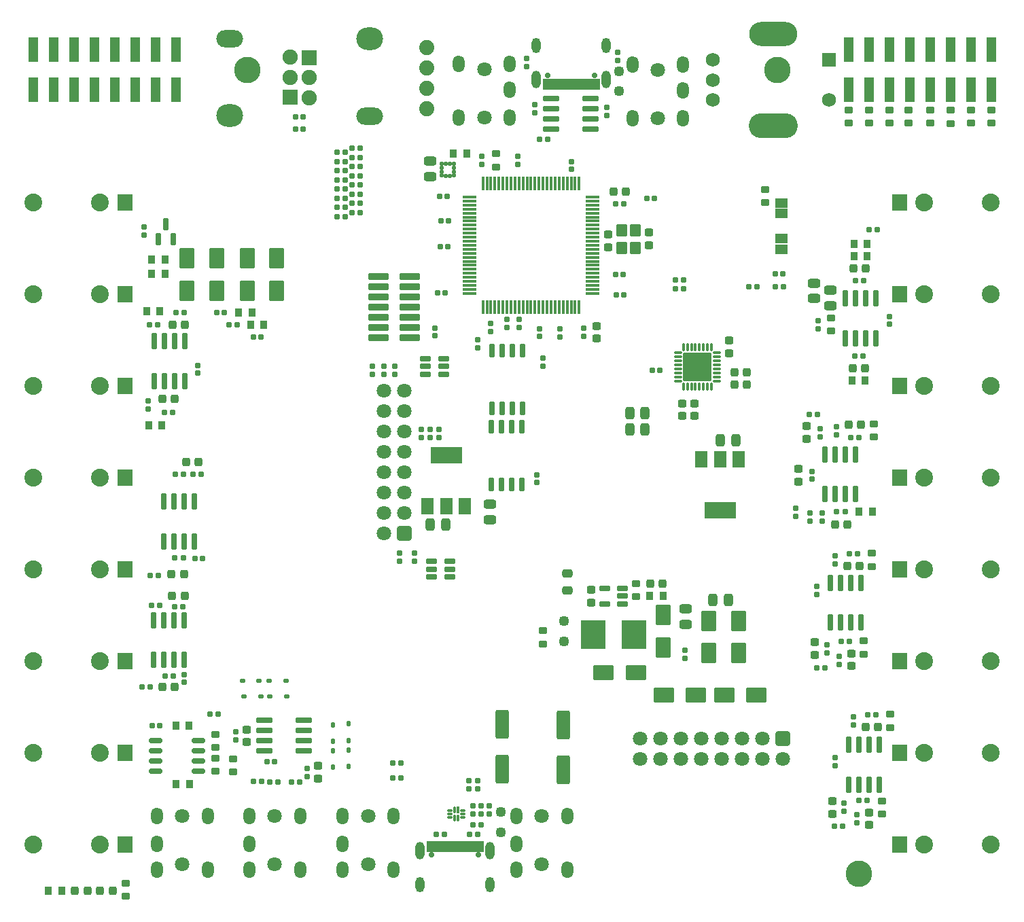
<source format=gbr>
G04 #@! TF.GenerationSoftware,KiCad,Pcbnew,7.0.11*
G04 #@! TF.CreationDate,2024-07-12T12:59:49+02:00*
G04 #@! TF.ProjectId,plinkyblack_hwmidi_jacks,706c696e-6b79-4626-9c61-636b5f68776d,rev?*
G04 #@! TF.SameCoordinates,Original*
G04 #@! TF.FileFunction,Soldermask,Top*
G04 #@! TF.FilePolarity,Negative*
%FSLAX46Y46*%
G04 Gerber Fmt 4.6, Leading zero omitted, Abs format (unit mm)*
G04 Created by KiCad (PCBNEW 7.0.11) date 2024-07-12 12:59:49*
%MOMM*%
%LPD*%
G01*
G04 APERTURE LIST*
G04 Aperture macros list*
%AMRoundRect*
0 Rectangle with rounded corners*
0 $1 Rounding radius*
0 $2 $3 $4 $5 $6 $7 $8 $9 X,Y pos of 4 corners*
0 Add a 4 corners polygon primitive as box body*
4,1,4,$2,$3,$4,$5,$6,$7,$8,$9,$2,$3,0*
0 Add four circle primitives for the rounded corners*
1,1,$1+$1,$2,$3*
1,1,$1+$1,$4,$5*
1,1,$1+$1,$6,$7*
1,1,$1+$1,$8,$9*
0 Add four rect primitives between the rounded corners*
20,1,$1+$1,$2,$3,$4,$5,0*
20,1,$1+$1,$4,$5,$6,$7,0*
20,1,$1+$1,$6,$7,$8,$9,0*
20,1,$1+$1,$8,$9,$2,$3,0*%
G04 Aperture macros list end*
%ADD10C,0.010000*%
%ADD11RoundRect,0.051000X0.500000X-1.500000X0.500000X1.500000X-0.500000X1.500000X-0.500000X-1.500000X0*%
%ADD12RoundRect,0.275500X0.275500X0.500500X-0.275500X0.500500X-0.275500X-0.500500X0.275500X-0.500500X0*%
%ADD13RoundRect,0.275500X-0.275500X-0.500500X0.275500X-0.500500X0.275500X0.500500X-0.275500X0.500500X0*%
%ADD14RoundRect,0.250500X-0.250500X-0.275500X0.250500X-0.275500X0.250500X0.275500X-0.250500X0.275500X0*%
%ADD15RoundRect,0.165500X-0.195500X0.165500X-0.195500X-0.165500X0.195500X-0.165500X0.195500X0.165500X0*%
%ADD16RoundRect,0.250500X0.250500X0.275500X-0.250500X0.275500X-0.250500X-0.275500X0.250500X-0.275500X0*%
%ADD17RoundRect,0.165500X0.165500X0.195500X-0.165500X0.195500X-0.165500X-0.195500X0.165500X-0.195500X0*%
%ADD18RoundRect,0.265938X-0.585062X1.535062X-0.585062X-1.535062X0.585062X-1.535062X0.585062X1.535062X0*%
%ADD19RoundRect,0.250500X0.275500X-0.250500X0.275500X0.250500X-0.275500X0.250500X-0.275500X-0.250500X0*%
%ADD20RoundRect,0.051000X0.915000X-0.965000X0.915000X0.965000X-0.915000X0.965000X-0.915000X-0.965000X0*%
%ADD21C,2.232000*%
%ADD22RoundRect,0.051000X-0.915000X0.965000X-0.915000X-0.965000X0.915000X-0.965000X0.915000X0.965000X0*%
%ADD23RoundRect,0.265000X-0.636000X0.636000X-0.636000X-0.636000X0.636000X-0.636000X0.636000X0.636000X0*%
%ADD24C,1.802000*%
%ADD25RoundRect,0.160500X-0.210500X0.160500X-0.210500X-0.160500X0.210500X-0.160500X0.210500X0.160500X0*%
%ADD26RoundRect,0.160500X-0.160500X-0.210500X0.160500X-0.210500X0.160500X0.210500X-0.160500X0.210500X0*%
%ADD27RoundRect,0.225500X0.300500X-0.225500X0.300500X0.225500X-0.300500X0.225500X-0.300500X-0.225500X0*%
%ADD28RoundRect,0.225500X0.225500X0.300500X-0.225500X0.300500X-0.225500X-0.300500X0.225500X-0.300500X0*%
%ADD29RoundRect,0.160500X0.160500X0.210500X-0.160500X0.210500X-0.160500X-0.210500X0.160500X-0.210500X0*%
%ADD30RoundRect,0.160500X0.210500X-0.160500X0.210500X0.160500X-0.210500X0.160500X-0.210500X-0.160500X0*%
%ADD31RoundRect,0.225500X-0.300500X0.225500X-0.300500X-0.225500X0.300500X-0.225500X0.300500X0.225500X0*%
%ADD32RoundRect,0.175500X-0.175500X0.850500X-0.175500X-0.850500X0.175500X-0.850500X0.175500X0.850500X0*%
%ADD33RoundRect,0.051000X0.750000X-1.000000X0.750000X1.000000X-0.750000X1.000000X-0.750000X-1.000000X0*%
%ADD34RoundRect,0.051000X1.900000X-1.000000X1.900000X1.000000X-1.900000X1.000000X-1.900000X-1.000000X0*%
%ADD35RoundRect,0.051000X-0.750000X1.000000X-0.750000X-1.000000X0.750000X-1.000000X0.750000X1.000000X0*%
%ADD36RoundRect,0.051000X-1.900000X1.000000X-1.900000X-1.000000X1.900000X-1.000000X1.900000X1.000000X0*%
%ADD37RoundRect,0.175500X0.175500X-0.850500X0.175500X0.850500X-0.175500X0.850500X-0.175500X-0.850500X0*%
%ADD38RoundRect,0.165500X0.195500X-0.165500X0.195500X0.165500X-0.195500X0.165500X-0.195500X-0.165500X0*%
%ADD39O,3.342000X2.822000*%
%ADD40O,3.342001X2.134000*%
%ADD41RoundRect,0.051000X-0.900000X0.900000X-0.900000X-0.900000X0.900000X-0.900000X0.900000X0.900000X0*%
%ADD42C,1.902000*%
%ADD43RoundRect,0.165500X-0.165500X-0.195500X0.165500X-0.195500X0.165500X0.195500X-0.165500X0.195500X0*%
%ADD44RoundRect,0.275500X-0.500500X0.275500X-0.500500X-0.275500X0.500500X-0.275500X0.500500X0.275500X0*%
%ADD45RoundRect,0.250500X-0.275500X0.250500X-0.275500X-0.250500X0.275500X-0.250500X0.275500X0.250500X0*%
%ADD46RoundRect,0.051000X0.600000X-0.700000X0.600000X0.700000X-0.600000X0.700000X-0.600000X-0.700000X0*%
%ADD47RoundRect,0.088000X-0.088000X0.400500X-0.088000X-0.400500X0.088000X-0.400500X0.088000X0.400500X0*%
%ADD48RoundRect,0.088000X-0.400500X0.088000X-0.400500X-0.088000X0.400500X-0.088000X0.400500X0.088000X0*%
%ADD49RoundRect,0.051000X-1.725000X1.725000X-1.725000X-1.725000X1.725000X-1.725000X1.725000X1.725000X0*%
%ADD50RoundRect,0.175500X0.175500X-0.675500X0.175500X0.675500X-0.175500X0.675500X-0.175500X-0.675500X0*%
%ADD51RoundRect,0.100500X0.750500X0.100500X-0.750500X0.100500X-0.750500X-0.100500X0.750500X-0.100500X0*%
%ADD52RoundRect,0.100500X0.100500X0.750500X-0.100500X0.750500X-0.100500X-0.750500X0.100500X-0.750500X0*%
%ADD53RoundRect,0.051000X-1.200000X-0.370000X1.200000X-0.370000X1.200000X0.370000X-1.200000X0.370000X0*%
%ADD54RoundRect,0.244250X-0.406750X0.244250X-0.406750X-0.244250X0.406750X-0.244250X0.406750X0.244250X0*%
%ADD55RoundRect,0.275500X0.500500X-0.275500X0.500500X0.275500X-0.500500X0.275500X-0.500500X-0.275500X0*%
%ADD56RoundRect,0.264167X-0.686833X1.036833X-0.686833X-1.036833X0.686833X-1.036833X0.686833X1.036833X0*%
%ADD57RoundRect,0.264167X0.686833X-1.036833X0.686833X1.036833X-0.686833X1.036833X-0.686833X-1.036833X0*%
%ADD58RoundRect,0.051000X-1.500000X-1.750000X1.500000X-1.750000X1.500000X1.750000X-1.500000X1.750000X0*%
%ADD59RoundRect,0.175500X0.538000X0.175500X-0.538000X0.175500X-0.538000X-0.175500X0.538000X-0.175500X0*%
%ADD60RoundRect,0.275500X-0.275500X0.275500X-0.275500X-0.275500X0.275500X-0.275500X0.275500X0.275500X0*%
%ADD61RoundRect,0.175500X0.175500X-0.613000X0.175500X0.613000X-0.175500X0.613000X-0.175500X-0.613000X0*%
%ADD62RoundRect,0.175500X-0.175500X0.675500X-0.175500X-0.675500X0.175500X-0.675500X0.175500X0.675500X0*%
%ADD63RoundRect,0.051000X-0.750000X0.500000X-0.750000X-0.500000X0.750000X-0.500000X0.750000X0.500000X0*%
%ADD64RoundRect,0.265000X0.636000X0.636000X-0.636000X0.636000X-0.636000X-0.636000X0.636000X-0.636000X0*%
%ADD65C,1.880000*%
%ADD66RoundRect,0.051000X0.900000X-0.900000X0.900000X0.900000X-0.900000X0.900000X-0.900000X-0.900000X0*%
%ADD67RoundRect,0.225500X-0.225500X-0.300500X0.225500X-0.300500X0.225500X0.300500X-0.225500X0.300500X0*%
%ADD68C,3.302000*%
%ADD69O,6.000000X3.000000*%
%ADD70RoundRect,0.051000X-0.825000X0.825000X-0.825000X-0.825000X0.825000X-0.825000X0.825000X0.825000X0*%
%ADD71C,1.752000*%
%ADD72O,6.102000X3.102000*%
%ADD73RoundRect,0.175500X0.850500X0.175500X-0.850500X0.175500X-0.850500X-0.175500X0.850500X-0.175500X0*%
%ADD74RoundRect,0.264167X-1.036833X-0.686833X1.036833X-0.686833X1.036833X0.686833X-1.036833X0.686833X0*%
%ADD75RoundRect,0.051000X0.187500X0.175000X-0.187500X0.175000X-0.187500X-0.175000X0.187500X-0.175000X0*%
%ADD76RoundRect,0.051000X-0.175000X0.187500X-0.175000X-0.187500X0.175000X-0.187500X0.175000X0.187500X0*%
%ADD77RoundRect,0.138000X-0.213000X-0.138000X0.213000X-0.138000X0.213000X0.138000X-0.213000X0.138000X0*%
%ADD78RoundRect,0.138000X0.213000X0.138000X-0.213000X0.138000X-0.213000X-0.138000X0.213000X-0.138000X0*%
%ADD79RoundRect,0.138000X0.138000X-0.213000X0.138000X0.213000X-0.138000X0.213000X-0.138000X-0.213000X0*%
%ADD80RoundRect,0.138000X-0.138000X0.213000X-0.138000X-0.213000X0.138000X-0.213000X0.138000X0.213000X0*%
%ADD81O,1.502000X2.102000*%
%ADD82RoundRect,0.175500X0.650500X0.175500X-0.650500X0.175500X-0.650500X-0.175500X0.650500X-0.175500X0*%
%ADD83C,0.702000*%
%ADD84O,1.104000X2.204000*%
%ADD85O,1.104000X1.904000*%
%ADD86RoundRect,0.075500X-0.075500X0.388000X-0.075500X-0.388000X0.075500X-0.388000X0.075500X0.388000X0*%
%ADD87RoundRect,0.075500X-0.075500X0.338000X-0.075500X-0.338000X0.075500X-0.338000X0.075500X0.338000X0*%
%ADD88RoundRect,0.075500X-0.250500X0.075500X-0.250500X-0.075500X0.250500X-0.075500X0.250500X0.075500X0*%
%ADD89RoundRect,0.075500X-0.075500X0.350500X-0.075500X-0.350500X0.075500X-0.350500X0.075500X0.350500X0*%
%ADD90RoundRect,0.264167X1.036833X0.686833X-1.036833X0.686833X-1.036833X-0.686833X1.036833X-0.686833X0*%
%ADD91RoundRect,0.175500X-0.538000X-0.175500X0.538000X-0.175500X0.538000X0.175500X-0.538000X0.175500X0*%
%ADD92RoundRect,0.244250X0.244250X0.281750X-0.244250X0.281750X-0.244250X-0.281750X0.244250X-0.281750X0*%
%ADD93RoundRect,0.244250X-0.244250X-0.281750X0.244250X-0.281750X0.244250X0.281750X-0.244250X0.281750X0*%
G04 APERTURE END LIST*
D10*
X87095928Y-32862273D02*
X86395928Y-32862273D01*
X86395928Y-31622273D01*
X87095928Y-31622273D01*
X87095928Y-32862273D01*
G36*
X87095928Y-32862273D02*
G01*
X86395928Y-32862273D01*
X86395928Y-31622273D01*
X87095928Y-31622273D01*
X87095928Y-32862273D01*
G37*
X86295928Y-32862273D02*
X85595928Y-32862273D01*
X85595928Y-31622273D01*
X86295928Y-31622273D01*
X86295928Y-32862273D01*
G36*
X86295928Y-32862273D02*
G01*
X85595928Y-32862273D01*
X85595928Y-31622273D01*
X86295928Y-31622273D01*
X86295928Y-32862273D01*
G37*
X85495928Y-32862273D02*
X85095928Y-32862273D01*
X85095928Y-31622273D01*
X85495928Y-31622273D01*
X85495928Y-32862273D01*
G36*
X85495928Y-32862273D02*
G01*
X85095928Y-32862273D01*
X85095928Y-31622273D01*
X85495928Y-31622273D01*
X85495928Y-32862273D01*
G37*
X84995928Y-32862273D02*
X84595928Y-32862273D01*
X84595928Y-31622273D01*
X84995928Y-31622273D01*
X84995928Y-32862273D01*
G36*
X84995928Y-32862273D02*
G01*
X84595928Y-32862273D01*
X84595928Y-31622273D01*
X84995928Y-31622273D01*
X84995928Y-32862273D01*
G37*
X84495928Y-32862273D02*
X84095928Y-32862273D01*
X84095928Y-31622273D01*
X84495928Y-31622273D01*
X84495928Y-32862273D01*
G36*
X84495928Y-32862273D02*
G01*
X84095928Y-32862273D01*
X84095928Y-31622273D01*
X84495928Y-31622273D01*
X84495928Y-32862273D01*
G37*
X83995928Y-32862273D02*
X83595928Y-32862273D01*
X83595928Y-31622273D01*
X83995928Y-31622273D01*
X83995928Y-32862273D01*
G36*
X83995928Y-32862273D02*
G01*
X83595928Y-32862273D01*
X83595928Y-31622273D01*
X83995928Y-31622273D01*
X83995928Y-32862273D01*
G37*
X83495928Y-32862273D02*
X83095928Y-32862273D01*
X83095928Y-31622273D01*
X83495928Y-31622273D01*
X83495928Y-32862273D01*
G36*
X83495928Y-32862273D02*
G01*
X83095928Y-32862273D01*
X83095928Y-31622273D01*
X83495928Y-31622273D01*
X83495928Y-32862273D01*
G37*
X82995928Y-32862273D02*
X82595928Y-32862273D01*
X82595928Y-31622273D01*
X82995928Y-31622273D01*
X82995928Y-32862273D01*
G36*
X82995928Y-32862273D02*
G01*
X82595928Y-32862273D01*
X82595928Y-31622273D01*
X82995928Y-31622273D01*
X82995928Y-32862273D01*
G37*
X82495928Y-32862273D02*
X82095928Y-32862273D01*
X82095928Y-31622273D01*
X82495928Y-31622273D01*
X82495928Y-32862273D01*
G36*
X82495928Y-32862273D02*
G01*
X82095928Y-32862273D01*
X82095928Y-31622273D01*
X82495928Y-31622273D01*
X82495928Y-32862273D01*
G37*
X81995928Y-32862273D02*
X81595928Y-32862273D01*
X81595928Y-31622273D01*
X81995928Y-31622273D01*
X81995928Y-32862273D01*
G36*
X81995928Y-32862273D02*
G01*
X81595928Y-32862273D01*
X81595928Y-31622273D01*
X81995928Y-31622273D01*
X81995928Y-32862273D01*
G37*
X81495928Y-32862273D02*
X80795928Y-32862273D01*
X80795928Y-31622273D01*
X81495928Y-31622273D01*
X81495928Y-32862273D01*
G36*
X81495928Y-32862273D02*
G01*
X80795928Y-32862273D01*
X80795928Y-31622273D01*
X81495928Y-31622273D01*
X81495928Y-32862273D01*
G37*
X80695928Y-32862273D02*
X79995928Y-32862273D01*
X79995928Y-31622273D01*
X80695928Y-31622273D01*
X80695928Y-32862273D01*
G36*
X80695928Y-32862273D02*
G01*
X79995928Y-32862273D01*
X79995928Y-31622273D01*
X80695928Y-31622273D01*
X80695928Y-32862273D01*
G37*
X66221311Y-127874022D02*
X65521311Y-127874022D01*
X65521311Y-126634022D01*
X66221311Y-126634022D01*
X66221311Y-127874022D01*
G36*
X66221311Y-127874022D02*
G01*
X65521311Y-127874022D01*
X65521311Y-126634022D01*
X66221311Y-126634022D01*
X66221311Y-127874022D01*
G37*
X67021311Y-127874022D02*
X66321311Y-127874022D01*
X66321311Y-126634022D01*
X67021311Y-126634022D01*
X67021311Y-127874022D01*
G36*
X67021311Y-127874022D02*
G01*
X66321311Y-127874022D01*
X66321311Y-126634022D01*
X67021311Y-126634022D01*
X67021311Y-127874022D01*
G37*
X67521311Y-127874022D02*
X67121311Y-127874022D01*
X67121311Y-126634022D01*
X67521311Y-126634022D01*
X67521311Y-127874022D01*
G36*
X67521311Y-127874022D02*
G01*
X67121311Y-127874022D01*
X67121311Y-126634022D01*
X67521311Y-126634022D01*
X67521311Y-127874022D01*
G37*
X68021311Y-127874022D02*
X67621311Y-127874022D01*
X67621311Y-126634022D01*
X68021311Y-126634022D01*
X68021311Y-127874022D01*
G36*
X68021311Y-127874022D02*
G01*
X67621311Y-127874022D01*
X67621311Y-126634022D01*
X68021311Y-126634022D01*
X68021311Y-127874022D01*
G37*
X68521311Y-127874022D02*
X68121311Y-127874022D01*
X68121311Y-126634022D01*
X68521311Y-126634022D01*
X68521311Y-127874022D01*
G36*
X68521311Y-127874022D02*
G01*
X68121311Y-127874022D01*
X68121311Y-126634022D01*
X68521311Y-126634022D01*
X68521311Y-127874022D01*
G37*
X69021311Y-127874022D02*
X68621311Y-127874022D01*
X68621311Y-126634022D01*
X69021311Y-126634022D01*
X69021311Y-127874022D01*
G36*
X69021311Y-127874022D02*
G01*
X68621311Y-127874022D01*
X68621311Y-126634022D01*
X69021311Y-126634022D01*
X69021311Y-127874022D01*
G37*
X69521311Y-127874022D02*
X69121311Y-127874022D01*
X69121311Y-126634022D01*
X69521311Y-126634022D01*
X69521311Y-127874022D01*
G36*
X69521311Y-127874022D02*
G01*
X69121311Y-127874022D01*
X69121311Y-126634022D01*
X69521311Y-126634022D01*
X69521311Y-127874022D01*
G37*
X70021311Y-127874022D02*
X69621311Y-127874022D01*
X69621311Y-126634022D01*
X70021311Y-126634022D01*
X70021311Y-127874022D01*
G36*
X70021311Y-127874022D02*
G01*
X69621311Y-127874022D01*
X69621311Y-126634022D01*
X70021311Y-126634022D01*
X70021311Y-127874022D01*
G37*
X70521311Y-127874022D02*
X70121311Y-127874022D01*
X70121311Y-126634022D01*
X70521311Y-126634022D01*
X70521311Y-127874022D01*
G36*
X70521311Y-127874022D02*
G01*
X70121311Y-127874022D01*
X70121311Y-126634022D01*
X70521311Y-126634022D01*
X70521311Y-127874022D01*
G37*
X71021311Y-127874022D02*
X70621311Y-127874022D01*
X70621311Y-126634022D01*
X71021311Y-126634022D01*
X71021311Y-127874022D01*
G36*
X71021311Y-127874022D02*
G01*
X70621311Y-127874022D01*
X70621311Y-126634022D01*
X71021311Y-126634022D01*
X71021311Y-127874022D01*
G37*
X71821311Y-127874022D02*
X71121311Y-127874022D01*
X71121311Y-126634022D01*
X71821311Y-126634022D01*
X71821311Y-127874022D01*
G36*
X71821311Y-127874022D02*
G01*
X71121311Y-127874022D01*
X71121311Y-126634022D01*
X71821311Y-126634022D01*
X71821311Y-127874022D01*
G37*
X72621311Y-127874022D02*
X71921311Y-127874022D01*
X71921311Y-126634022D01*
X72621311Y-126634022D01*
X72621311Y-127874022D01*
G36*
X72621311Y-127874022D02*
G01*
X71921311Y-127874022D01*
X71921311Y-126634022D01*
X72621311Y-126634022D01*
X72621311Y-127874022D01*
G37*
D11*
X34290000Y-33000000D03*
X34290000Y-27960000D03*
X31750000Y-33000000D03*
X31750000Y-27960000D03*
X29210000Y-33000000D03*
X29210000Y-27960000D03*
X26670000Y-33000000D03*
X26670000Y-27960000D03*
X24130000Y-33000000D03*
X24130000Y-27960000D03*
X21590000Y-33000000D03*
X21590000Y-27960000D03*
X19050000Y-33000000D03*
X19050000Y-27960000D03*
X16510000Y-33000000D03*
X16510000Y-27960000D03*
X118110000Y-27960000D03*
X118110000Y-33000000D03*
X120650000Y-27960000D03*
X120650000Y-33000000D03*
X123190000Y-27960000D03*
X123190000Y-33000000D03*
X125730000Y-27960000D03*
X125730000Y-33000000D03*
X128270000Y-27960000D03*
X128270000Y-33000000D03*
X130810000Y-27960000D03*
X130810000Y-33000000D03*
X133350000Y-27960000D03*
X133350000Y-33000000D03*
X135890000Y-27960000D03*
X135890000Y-33000000D03*
D12*
X67904400Y-87147400D03*
X66004400Y-87147400D03*
D13*
X102161300Y-76619100D03*
X104061300Y-76619100D03*
D14*
X118605000Y-67691000D03*
X120155000Y-67691000D03*
X118732000Y-55245000D03*
X120282000Y-55245000D03*
D15*
X114173000Y-94897000D03*
X114173000Y-95857000D03*
D16*
X37144083Y-79349600D03*
X35594083Y-79349600D03*
X35300081Y-93377518D03*
X33750081Y-93377518D03*
D17*
X37610793Y-91356981D03*
X36650793Y-91356981D03*
D18*
X74930000Y-112008000D03*
X74930000Y-117608000D03*
D19*
X116078000Y-123203000D03*
X116078000Y-121653000D03*
X113919000Y-103391000D03*
X113919000Y-101841000D03*
X118491000Y-104788000D03*
X118491000Y-103238000D03*
D15*
X116459000Y-116233000D03*
X116459000Y-117193000D03*
D20*
X27940000Y-115570000D03*
D21*
X16540000Y-115570000D03*
X24840000Y-115570000D03*
D22*
X124460000Y-46990000D03*
D21*
X135860000Y-46990000D03*
X127560000Y-46990000D03*
D22*
X124460000Y-58420000D03*
D21*
X135860000Y-58420000D03*
X127560000Y-58420000D03*
D20*
X27940000Y-81280000D03*
D21*
X16540000Y-81280000D03*
X24840000Y-81280000D03*
D20*
X27940000Y-92710000D03*
D21*
X16540000Y-92710000D03*
X24840000Y-92710000D03*
D22*
X124460000Y-104140000D03*
D21*
X135860000Y-104140000D03*
X127560000Y-104140000D03*
D22*
X124460000Y-92710000D03*
D21*
X135860000Y-92710000D03*
X127560000Y-92710000D03*
D23*
X109918500Y-113792000D03*
D24*
X109918500Y-116332000D03*
X107378500Y-113792000D03*
X107378500Y-116332000D03*
X104838500Y-113792000D03*
X104838500Y-116332000D03*
X102298500Y-113792000D03*
X102298500Y-116332000D03*
X99758500Y-113792000D03*
X99758500Y-116332000D03*
X97218500Y-113792000D03*
X97218500Y-116332000D03*
X94678500Y-113792000D03*
X94678500Y-116332000D03*
X92138500Y-113792000D03*
X92138500Y-116332000D03*
D25*
X114300000Y-61720000D03*
X114300000Y-62740000D03*
D26*
X120648000Y-50419000D03*
X121668000Y-50419000D03*
D27*
X115951000Y-63055000D03*
X115951000Y-61405000D03*
D26*
X118870000Y-66167000D03*
X119890000Y-66167000D03*
X118972000Y-56769000D03*
X119992000Y-56769000D03*
D28*
X120205000Y-69215000D03*
X118555000Y-69215000D03*
D29*
X35272794Y-80892769D03*
X34252794Y-80892769D03*
X32073622Y-93463835D03*
X31053622Y-93463835D03*
X37418947Y-80890763D03*
X36398947Y-80890763D03*
X35202516Y-91312482D03*
X34182516Y-91312482D03*
D25*
X70776374Y-119067312D03*
X70776374Y-120087312D03*
X117551000Y-121893000D03*
X117551000Y-122913000D03*
D29*
X115191000Y-105029000D03*
X114171000Y-105029000D03*
X117350000Y-124714000D03*
X116330000Y-124714000D03*
D26*
X119429000Y-121539000D03*
X120449000Y-121539000D03*
D25*
X115443000Y-102106000D03*
X115443000Y-103126000D03*
D26*
X117219000Y-101727000D03*
X118239000Y-101727000D03*
D30*
X118745000Y-112143000D03*
X118745000Y-111123000D03*
X116459000Y-92077000D03*
X116459000Y-91057000D03*
D29*
X121541000Y-110871000D03*
X120521000Y-110871000D03*
D27*
X122301000Y-123253000D03*
X122301000Y-121603000D03*
X120015000Y-103314000D03*
X120015000Y-101664000D03*
D31*
X123317000Y-110808000D03*
X123317000Y-112458000D03*
X121031000Y-90716500D03*
X121031000Y-92366500D03*
D32*
X36601834Y-84293010D03*
X35331834Y-84293010D03*
X34061834Y-84293010D03*
X32791834Y-84293010D03*
X32791834Y-89243010D03*
X34061834Y-89243010D03*
X35331834Y-89243010D03*
X36601834Y-89243010D03*
D33*
X65670400Y-84836400D03*
X67970400Y-84836400D03*
D34*
X67970400Y-78536400D03*
D33*
X70270400Y-84836400D03*
D35*
X104395300Y-79057100D03*
X102095300Y-79057100D03*
D36*
X102095300Y-85357100D03*
D35*
X99795300Y-79057100D03*
D37*
X117729000Y-63943000D03*
X118999000Y-63943000D03*
X120269000Y-63943000D03*
X121539000Y-63943000D03*
X121539000Y-58993000D03*
X120269000Y-58993000D03*
X118999000Y-58993000D03*
X117729000Y-58993000D03*
D32*
X119634000Y-94426000D03*
X118364000Y-94426000D03*
X117094000Y-94426000D03*
X115824000Y-94426000D03*
X115824000Y-99376000D03*
X117094000Y-99376000D03*
X118364000Y-99376000D03*
X119634000Y-99376000D03*
X121920000Y-114619000D03*
X120650000Y-114619000D03*
X119380000Y-114619000D03*
X118110000Y-114619000D03*
X118110000Y-119569000D03*
X119380000Y-119569000D03*
X120650000Y-119569000D03*
X121920000Y-119569000D03*
D20*
X27940000Y-104140000D03*
D21*
X16540000Y-104140000D03*
X24840000Y-104140000D03*
D22*
X124460000Y-127000000D03*
D21*
X135860000Y-127000000D03*
X127560000Y-127000000D03*
D16*
X121806000Y-112395000D03*
X120256000Y-112395000D03*
D38*
X123190000Y-62202000D03*
X123190000Y-61242000D03*
D39*
X41014000Y-36209000D03*
D40*
X41014000Y-26609000D03*
D41*
X48514000Y-33909000D03*
D42*
X48514000Y-31409000D03*
X48514000Y-28909000D03*
D27*
X118110000Y-37147000D03*
X118110000Y-35497000D03*
X120650000Y-37147000D03*
X120650000Y-35497000D03*
X123190000Y-37147000D03*
X123190000Y-35497000D03*
X125603000Y-37147000D03*
X125603000Y-35497000D03*
X128270000Y-37147000D03*
X128270000Y-35497000D03*
X130810000Y-37172000D03*
X130810000Y-35522000D03*
X133350000Y-37147000D03*
X133350000Y-35497000D03*
X135890000Y-37147000D03*
X135890000Y-35497000D03*
D29*
X33938107Y-105996078D03*
X32918107Y-105996078D03*
X35157191Y-97358739D03*
X34137191Y-97358739D03*
X31084932Y-107396728D03*
X30064932Y-107396728D03*
X32252140Y-97229049D03*
X31232140Y-97229049D03*
D16*
X34151231Y-107422665D03*
X32601231Y-107422665D03*
X35396253Y-96087779D03*
X33846253Y-96087779D03*
D38*
X35357394Y-106835759D03*
X35357394Y-105875759D03*
D32*
X35359045Y-99085688D03*
X34089045Y-99085688D03*
X32819045Y-99085688D03*
X31549045Y-99085688D03*
X31549045Y-104035688D03*
X32819045Y-104035688D03*
X34089045Y-104035688D03*
X35359045Y-104035688D03*
D30*
X119126000Y-124335000D03*
X119126000Y-123315000D03*
X116967000Y-104586500D03*
X116967000Y-103566500D03*
D19*
X120650000Y-124600000D03*
X120650000Y-123050000D03*
D43*
X92992000Y-46482000D03*
X93952000Y-46482000D03*
D20*
X27940000Y-127000000D03*
D21*
X16540000Y-127000000D03*
X24840000Y-127000000D03*
D20*
X27940000Y-46990000D03*
D21*
X16540000Y-46990000D03*
X24840000Y-46990000D03*
D22*
X124460000Y-69850000D03*
D21*
X135860000Y-69850000D03*
X127560000Y-69850000D03*
D22*
X124460000Y-81280000D03*
D21*
X135860000Y-81280000D03*
X127560000Y-81280000D03*
D28*
X45275000Y-62230000D03*
X43625000Y-62230000D03*
D29*
X41912000Y-62230000D03*
X40892000Y-62230000D03*
D28*
X43776400Y-60706000D03*
X42126400Y-60706000D03*
D29*
X97538000Y-56642000D03*
X96518000Y-56642000D03*
D31*
X121285000Y-74613000D03*
X121285000Y-76263000D03*
D22*
X124460000Y-115570000D03*
D21*
X135860000Y-115570000D03*
X127560000Y-115570000D03*
D18*
X82550000Y-112135000D03*
X82550000Y-117735000D03*
D29*
X39551201Y-110771003D03*
X38531201Y-110771003D03*
D12*
X92771000Y-75311000D03*
X90871000Y-75311000D03*
X92771000Y-73279000D03*
X90871000Y-73279000D03*
D44*
X73406000Y-84648000D03*
X73406000Y-86548000D03*
D43*
X39398000Y-60706000D03*
X40358000Y-60706000D03*
D14*
X118097000Y-74739500D03*
X119647000Y-74739500D03*
D29*
X57279000Y-48260000D03*
X56259000Y-48260000D03*
X57279000Y-43688000D03*
X56259000Y-43688000D03*
X57279000Y-47117000D03*
X56259000Y-47117000D03*
X57279000Y-41402000D03*
X56259000Y-41402000D03*
X57279000Y-42545000D03*
X56259000Y-42545000D03*
D26*
X54354000Y-41910000D03*
X55374000Y-41910000D03*
D29*
X57279000Y-45974000D03*
X56259000Y-45974000D03*
D26*
X54354000Y-48768000D03*
X55374000Y-48768000D03*
X54354000Y-47625000D03*
X55374000Y-47625000D03*
X54354000Y-44196000D03*
X55374000Y-44196000D03*
X54354000Y-40767000D03*
X55374000Y-40767000D03*
X54377000Y-45339000D03*
X55397000Y-45339000D03*
X54354000Y-43053000D03*
X55374000Y-43053000D03*
D29*
X57279000Y-44831000D03*
X56259000Y-44831000D03*
X57279000Y-40259000D03*
X56259000Y-40259000D03*
D26*
X54377000Y-46482000D03*
X55397000Y-46482000D03*
D28*
X120459000Y-53721000D03*
X118809000Y-53721000D03*
D43*
X89055000Y-56007000D03*
X90015000Y-56007000D03*
D19*
X93218000Y-52337000D03*
X93218000Y-50787000D03*
D38*
X83600000Y-42880000D03*
X83600000Y-41920000D03*
X72390000Y-42263000D03*
X72390000Y-41303000D03*
D17*
X67853500Y-58318400D03*
X66893500Y-58318400D03*
D43*
X93665100Y-67894200D03*
X94625100Y-67894200D03*
D16*
X105423000Y-69723000D03*
X103873000Y-69723000D03*
D45*
X98907600Y-72072200D03*
X98907600Y-73622200D03*
X97383600Y-72072200D03*
X97383600Y-73622200D03*
X86741000Y-62432900D03*
X86741000Y-63982900D03*
D19*
X103251000Y-65799000D03*
X103251000Y-64249000D03*
D14*
X103873000Y-68148200D03*
X105423000Y-68148200D03*
D25*
X82169000Y-62736000D03*
X82169000Y-63756000D03*
D31*
X74168000Y-40958000D03*
X74168000Y-42608000D03*
D28*
X70548000Y-40894000D03*
X68898000Y-40894000D03*
D17*
X90142000Y-58521600D03*
X89182000Y-58521600D03*
D46*
X91528000Y-52662000D03*
X91528000Y-50462000D03*
X89828000Y-50462000D03*
X89828000Y-52662000D03*
D15*
X76936600Y-41303000D03*
X76936600Y-42263000D03*
D47*
X101038600Y-65075700D03*
X100538600Y-65075700D03*
X100038600Y-65075700D03*
X99538600Y-65075700D03*
X99038600Y-65075700D03*
X98538600Y-65075700D03*
X98038600Y-65075700D03*
X97538600Y-65075700D03*
D48*
X96851100Y-65763200D03*
X96851100Y-66263200D03*
X96851100Y-66763200D03*
X96851100Y-67263200D03*
X96851100Y-67763200D03*
X96851100Y-68263200D03*
X96851100Y-68763200D03*
X96851100Y-69263200D03*
D47*
X97538600Y-69950700D03*
X98038600Y-69950700D03*
X98538600Y-69950700D03*
X99038600Y-69950700D03*
X99538600Y-69950700D03*
X100038600Y-69950700D03*
X100538600Y-69950700D03*
X101038600Y-69950700D03*
D48*
X101726100Y-69263200D03*
X101726100Y-68763200D03*
X101726100Y-68263200D03*
X101726100Y-67763200D03*
X101726100Y-67263200D03*
X101726100Y-66763200D03*
X101726100Y-66263200D03*
X101726100Y-65763200D03*
D49*
X99288600Y-67513200D03*
D38*
X73533000Y-63091000D03*
X73533000Y-62131000D03*
D43*
X89118500Y-47205900D03*
X90078500Y-47205900D03*
D38*
X79629000Y-63726000D03*
X79629000Y-62766000D03*
D43*
X67312600Y-49326800D03*
X68272600Y-49326800D03*
D15*
X85090000Y-62727900D03*
X85090000Y-63687900D03*
D43*
X67160200Y-46278800D03*
X68120200Y-46278800D03*
X67261800Y-52527200D03*
X68221800Y-52527200D03*
D50*
X73660000Y-72688000D03*
X74930000Y-72688000D03*
X76200000Y-72688000D03*
X77470000Y-72688000D03*
X77470000Y-65488000D03*
X76200000Y-65488000D03*
X74930000Y-65488000D03*
X73660000Y-65488000D03*
D38*
X71882000Y-65123000D03*
X71882000Y-64163000D03*
D51*
X86224500Y-58349400D03*
X86224500Y-57849400D03*
X86224500Y-57349400D03*
X86224500Y-56849400D03*
X86224500Y-56349400D03*
X86224500Y-55849400D03*
X86224500Y-55349400D03*
X86224500Y-54849400D03*
X86224500Y-54349400D03*
X86224500Y-53849400D03*
X86224500Y-53349400D03*
X86224500Y-52849400D03*
X86224500Y-52349400D03*
X86224500Y-51849400D03*
X86224500Y-51349400D03*
X86224500Y-50849400D03*
X86224500Y-50349400D03*
X86224500Y-49849400D03*
X86224500Y-49349400D03*
X86224500Y-48849400D03*
X86224500Y-48349400D03*
X86224500Y-47849400D03*
X86224500Y-47349400D03*
X86224500Y-46849400D03*
X86224500Y-46349400D03*
D52*
X84549500Y-44674400D03*
X84049500Y-44674400D03*
X83549500Y-44674400D03*
X83049500Y-44674400D03*
X82549500Y-44674400D03*
X82049500Y-44674400D03*
X81549500Y-44674400D03*
X81049500Y-44674400D03*
X80549500Y-44674400D03*
X80049500Y-44674400D03*
X79549500Y-44674400D03*
X79049500Y-44674400D03*
X78549500Y-44674400D03*
X78049500Y-44674400D03*
X77549500Y-44674400D03*
X77049500Y-44674400D03*
X76549500Y-44674400D03*
X76049500Y-44674400D03*
X75549500Y-44674400D03*
X75049500Y-44674400D03*
X74549500Y-44674400D03*
X74049500Y-44674400D03*
X73549500Y-44674400D03*
X73049500Y-44674400D03*
X72549500Y-44674400D03*
D51*
X70874500Y-46349400D03*
X70874500Y-46849400D03*
X70874500Y-47349400D03*
X70874500Y-47849400D03*
X70874500Y-48349400D03*
X70874500Y-48849400D03*
X70874500Y-49349400D03*
X70874500Y-49849400D03*
X70874500Y-50349400D03*
X70874500Y-50849400D03*
X70874500Y-51349400D03*
X70874500Y-51849400D03*
X70874500Y-52349400D03*
X70874500Y-52849400D03*
X70874500Y-53349400D03*
X70874500Y-53849400D03*
X70874500Y-54349400D03*
X70874500Y-54849400D03*
X70874500Y-55349400D03*
X70874500Y-55849400D03*
X70874500Y-56349400D03*
X70874500Y-56849400D03*
X70874500Y-57349400D03*
X70874500Y-57849400D03*
X70874500Y-58349400D03*
D52*
X72549500Y-60024400D03*
X73049500Y-60024400D03*
X73549500Y-60024400D03*
X74049500Y-60024400D03*
X74549500Y-60024400D03*
X75049500Y-60024400D03*
X75549500Y-60024400D03*
X76049500Y-60024400D03*
X76549500Y-60024400D03*
X77049500Y-60024400D03*
X77549500Y-60024400D03*
X78049500Y-60024400D03*
X78549500Y-60024400D03*
X79049500Y-60024400D03*
X79549500Y-60024400D03*
X80049500Y-60024400D03*
X80549500Y-60024400D03*
X81049500Y-60024400D03*
X81549500Y-60024400D03*
X82049500Y-60024400D03*
X82549500Y-60024400D03*
X83049500Y-60024400D03*
X83549500Y-60024400D03*
X84049500Y-60024400D03*
X84549500Y-60024400D03*
D45*
X112903000Y-74917000D03*
X112903000Y-76467000D03*
D14*
X116446000Y-87122000D03*
X117996000Y-87122000D03*
D45*
X111887000Y-80251000D03*
X111887000Y-81801000D03*
D15*
X113538000Y-80546000D03*
X113538000Y-81506000D03*
D29*
X114238000Y-73406000D03*
X113218000Y-73406000D03*
D28*
X121094000Y-85534500D03*
X119444000Y-85534500D03*
D26*
X116648000Y-85534500D03*
X117668000Y-85534500D03*
D32*
X118999000Y-78424000D03*
X117729000Y-78424000D03*
X116459000Y-78424000D03*
X115189000Y-78424000D03*
X115189000Y-83374000D03*
X116459000Y-83374000D03*
X117729000Y-83374000D03*
X118999000Y-83374000D03*
D26*
X118388000Y-76327000D03*
X119408000Y-76327000D03*
D25*
X113284000Y-85723000D03*
X113284000Y-86743000D03*
D30*
X111506000Y-86108000D03*
X111506000Y-85088000D03*
D25*
X116586000Y-74991500D03*
X116586000Y-76011500D03*
D30*
X114872000Y-86743000D03*
X114872000Y-85723000D03*
X114554000Y-76202000D03*
X114554000Y-75182000D03*
D17*
X44930000Y-63754000D03*
X43970000Y-63754000D03*
D14*
X88823500Y-45681900D03*
X90373500Y-45681900D03*
D53*
X59518000Y-56261000D03*
X63418000Y-56261000D03*
X59518000Y-57531000D03*
X63418000Y-57531000D03*
X59518000Y-58801000D03*
X63418000Y-58801000D03*
X59518000Y-60071000D03*
X63418000Y-60071000D03*
X59518000Y-61341000D03*
X63418000Y-61341000D03*
X59518000Y-62611000D03*
X63418000Y-62611000D03*
X59518000Y-63881000D03*
X63418000Y-63881000D03*
D15*
X66600000Y-62700000D03*
X66600000Y-63660000D03*
D45*
X88138000Y-51041000D03*
X88138000Y-52591000D03*
D17*
X109954000Y-55880000D03*
X108994000Y-55880000D03*
D29*
X106682000Y-57531000D03*
X105662000Y-57531000D03*
X109984000Y-57531000D03*
X108964000Y-57531000D03*
D54*
X83123000Y-93234500D03*
X83123000Y-95359500D03*
D43*
X49177000Y-36322000D03*
X50137000Y-36322000D03*
D55*
X115824000Y-59878000D03*
X115824000Y-57978000D03*
D44*
X113792000Y-57089000D03*
X113792000Y-58989000D03*
D28*
X120433500Y-52197000D03*
X118783500Y-52197000D03*
D16*
X119520000Y-92329000D03*
X117970000Y-92329000D03*
D19*
X86044000Y-96850000D03*
X86044000Y-95300000D03*
D15*
X97728000Y-102834000D03*
X97728000Y-103794000D03*
D44*
X97855000Y-97665000D03*
X97855000Y-99565000D03*
D56*
X94997500Y-98456500D03*
X94997500Y-102456500D03*
X100712500Y-99155000D03*
X100712500Y-103155000D03*
D57*
X104395500Y-103155000D03*
X104395500Y-99155000D03*
D58*
X86338000Y-100901000D03*
X91338000Y-100901000D03*
D31*
X91632000Y-94488000D03*
X91632000Y-96138000D03*
D59*
X89975500Y-97025000D03*
X89975500Y-96075000D03*
X89975500Y-95125000D03*
X87700500Y-95125000D03*
X87700500Y-97025000D03*
D28*
X94997000Y-96075000D03*
X93347000Y-96075000D03*
D14*
X93397000Y-94551000D03*
X94947000Y-94551000D03*
D12*
X103123000Y-96519500D03*
X101223000Y-96519500D03*
D29*
X44943218Y-119190969D03*
X43923218Y-119190969D03*
D60*
X82678500Y-99206500D03*
X82678500Y-101706500D03*
D27*
X80075000Y-102043500D03*
X80075000Y-100393500D03*
D61*
X32070000Y-51610500D03*
X33970000Y-51610500D03*
X33020000Y-49735500D03*
D30*
X30353000Y-51081500D03*
X30353000Y-50061500D03*
D25*
X71902283Y-119067312D03*
X71902283Y-120087312D03*
X80010000Y-66419000D03*
X80010000Y-67439000D03*
D43*
X49177000Y-37846000D03*
X50137000Y-37846000D03*
D38*
X79248000Y-81912500D03*
X79248000Y-80952500D03*
D62*
X77441000Y-74954000D03*
X76171000Y-74954000D03*
X74901000Y-74954000D03*
X73631000Y-74954000D03*
X73631000Y-82154000D03*
X74901000Y-82154000D03*
X76171000Y-82154000D03*
X77441000Y-82154000D03*
D30*
X75565000Y-62613000D03*
X75565000Y-61593000D03*
X77089000Y-62613000D03*
X77089000Y-61593000D03*
D63*
X109728000Y-47087000D03*
X109728000Y-48387000D03*
X109728000Y-51547000D03*
X109728000Y-52847000D03*
D31*
X107696000Y-45403000D03*
X107696000Y-47053000D03*
D64*
X62738000Y-88265000D03*
D24*
X60198000Y-88265000D03*
X62738000Y-85725000D03*
X60198000Y-85725000D03*
X62738000Y-83185000D03*
X60198000Y-83185000D03*
X62738000Y-80645000D03*
X60198000Y-80645000D03*
X62738000Y-78105000D03*
X60198000Y-78105000D03*
X62738000Y-75565000D03*
X60198000Y-75565000D03*
X62738000Y-73025000D03*
X60198000Y-73025000D03*
X62738000Y-70485000D03*
X60198000Y-70485000D03*
D26*
X61339000Y-118745000D03*
X62359000Y-118745000D03*
D29*
X47033712Y-119218476D03*
X46013712Y-119218476D03*
D57*
X43180000Y-58007000D03*
X43180000Y-54007000D03*
D56*
X46863000Y-54007000D03*
X46863000Y-58007000D03*
D57*
X35687000Y-58007000D03*
X35687000Y-54007000D03*
D56*
X39370000Y-54007000D03*
X39370000Y-58007000D03*
D65*
X65524000Y-27686000D03*
X65524000Y-30226000D03*
X65524000Y-32766000D03*
X65524000Y-35306000D03*
D39*
X58427000Y-26656000D03*
D40*
X58427000Y-36256000D03*
D66*
X50927000Y-28956000D03*
D42*
X50927000Y-31456000D03*
X50927000Y-33956000D03*
D29*
X97538000Y-57785000D03*
X96518000Y-57785000D03*
D43*
X71347483Y-123190000D03*
X72307483Y-123190000D03*
D59*
X68392983Y-93660000D03*
X68392983Y-92710000D03*
X68392983Y-91760000D03*
X66117983Y-91760000D03*
X66117983Y-92710000D03*
X66117983Y-93660000D03*
D20*
X27940000Y-58420000D03*
D21*
X16540000Y-58420000D03*
X24840000Y-58420000D03*
D20*
X27940000Y-69850000D03*
D21*
X16540000Y-69850000D03*
X24840000Y-69850000D03*
D16*
X34176000Y-71501000D03*
X32626000Y-71501000D03*
X35446000Y-62230000D03*
X33896000Y-62230000D03*
D29*
X33911000Y-73152000D03*
X32891000Y-73152000D03*
D15*
X37000000Y-67320000D03*
X37000000Y-68280000D03*
D25*
X30861000Y-71753000D03*
X30861000Y-72773000D03*
D29*
X32006000Y-62230000D03*
X30986000Y-62230000D03*
X35310000Y-60706000D03*
X34290000Y-60706000D03*
D32*
X35433000Y-64327000D03*
X34163000Y-64327000D03*
X32893000Y-64327000D03*
X31623000Y-64327000D03*
X31623000Y-69277000D03*
X32893000Y-69277000D03*
X34163000Y-69277000D03*
X35433000Y-69277000D03*
D67*
X30925000Y-74803000D03*
X32575000Y-74803000D03*
D28*
X32956000Y-55880000D03*
X31306000Y-55880000D03*
X32956000Y-54102000D03*
X31306000Y-54102000D03*
D67*
X30671000Y-60579000D03*
X32321000Y-60579000D03*
D68*
X119380000Y-130683000D03*
X109220000Y-30480000D03*
D29*
X119229500Y-90805000D03*
X118209500Y-90805000D03*
D68*
X43180000Y-30480000D03*
D69*
X108712000Y-26050000D03*
D70*
X115712000Y-29250000D03*
D71*
X115712000Y-34250000D03*
X101212000Y-29250000D03*
X101212000Y-34250000D03*
X101212000Y-31750000D03*
D72*
X108712000Y-37450000D03*
D19*
X51994605Y-118795708D03*
X51994605Y-117245708D03*
D45*
X43081592Y-112687071D03*
X43081592Y-114237071D03*
D25*
X50644646Y-117527796D03*
X50644646Y-118547796D03*
D30*
X41797248Y-113990419D03*
X41797248Y-112970419D03*
D73*
X50252983Y-115374142D03*
X50252983Y-114104142D03*
X50252983Y-112834142D03*
X50252983Y-111564142D03*
X45302983Y-111564142D03*
X45302983Y-112834142D03*
X45302983Y-114104142D03*
X45302983Y-115374142D03*
D17*
X46622778Y-116664333D03*
X45662778Y-116664333D03*
D55*
X65950174Y-43789752D03*
X65950174Y-41889752D03*
D74*
X87600000Y-105600000D03*
X91600000Y-105600000D03*
D75*
X68961500Y-43676000D03*
X68961500Y-43176000D03*
X68961500Y-42676000D03*
X68961500Y-42176000D03*
D76*
X68449000Y-42163500D03*
X67949000Y-42163500D03*
D75*
X67436500Y-42176000D03*
X67436500Y-42676000D03*
X67436500Y-43176000D03*
X67436500Y-43676000D03*
D76*
X67949000Y-43688500D03*
X68449000Y-43688500D03*
D77*
X46015762Y-108588453D03*
X48115762Y-108588453D03*
D78*
X48033711Y-106619236D03*
X45933711Y-106619236D03*
D77*
X42766553Y-108604863D03*
X44866553Y-108604863D03*
D78*
X44669632Y-106619236D03*
X42569632Y-106619236D03*
D79*
X55837026Y-114097081D03*
X55837026Y-111997081D03*
D80*
X53861159Y-112095874D03*
X53861159Y-114195874D03*
D79*
X55837026Y-117324330D03*
X55837026Y-115224330D03*
D80*
X53861159Y-115323123D03*
X53861159Y-117423123D03*
D28*
X20087579Y-132759169D03*
X18437579Y-132759169D03*
D24*
X79897715Y-129453484D03*
X79897715Y-123453484D03*
D81*
X76747715Y-126953484D03*
X76747715Y-130153484D03*
X83047715Y-130153484D03*
X76747715Y-123453484D03*
X83047715Y-123453484D03*
D24*
X58246046Y-129461092D03*
X58246046Y-123461092D03*
D81*
X55096046Y-126961092D03*
X55096046Y-130161092D03*
X61396046Y-130161092D03*
X55096046Y-123461092D03*
X61396046Y-123461092D03*
D26*
X48709350Y-119218476D03*
X49729350Y-119218476D03*
D25*
X58822683Y-67409600D03*
X58822683Y-68429600D03*
D26*
X61284205Y-116910763D03*
X62304205Y-116910763D03*
D24*
X35117206Y-129460030D03*
X35117206Y-123460030D03*
D81*
X31967206Y-126960030D03*
X31967206Y-130160030D03*
X38267206Y-130160030D03*
X31967206Y-123460030D03*
X38267206Y-123460030D03*
D82*
X37116161Y-117850344D03*
X37116161Y-116580344D03*
X37116161Y-115310344D03*
X37116161Y-114040344D03*
X31766161Y-114040344D03*
X31766161Y-115310344D03*
X31766161Y-116580344D03*
X31766161Y-117850344D03*
D83*
X86435928Y-31172273D03*
X80655928Y-31172273D03*
D84*
X87870928Y-31662273D03*
X79220928Y-31662273D03*
D85*
X87870928Y-27492273D03*
X79220928Y-27492273D03*
D25*
X73351483Y-122172000D03*
X73351483Y-123192000D03*
D60*
X89505883Y-30652400D03*
X89505883Y-33152400D03*
D25*
X67052283Y-76354400D03*
X67052283Y-75334400D03*
D86*
X69439883Y-122748800D03*
D87*
X69039883Y-122698800D03*
D88*
X68464883Y-122823800D03*
X68464883Y-123223800D03*
X68464883Y-123623800D03*
D89*
X69039883Y-123748800D03*
D87*
X69439883Y-123748800D03*
D88*
X70014883Y-123623800D03*
X70014883Y-123223800D03*
X70014883Y-122823800D03*
D17*
X80593742Y-39173783D03*
X79633742Y-39173783D03*
X32316578Y-112255652D03*
X31356578Y-112255652D03*
D25*
X61616683Y-67409600D03*
X61616683Y-68429600D03*
D31*
X28059123Y-131848972D03*
X28059123Y-133498972D03*
D24*
X72712306Y-30448056D03*
X72712306Y-36448056D03*
D81*
X75862306Y-32948056D03*
X75862306Y-29748056D03*
X69562306Y-29748056D03*
X75862306Y-36448056D03*
X69562306Y-36448056D03*
D30*
X64055083Y-91746800D03*
X64055083Y-90726800D03*
D24*
X94339677Y-30530444D03*
X94339677Y-36530444D03*
D81*
X97489677Y-33030444D03*
X97489677Y-29830444D03*
X91189677Y-29830444D03*
X97489677Y-36530444D03*
X91189677Y-36530444D03*
D25*
X60245083Y-67409600D03*
X60245083Y-68429600D03*
D27*
X41429533Y-118014671D03*
X41429533Y-116364671D03*
D67*
X34295074Y-112238607D03*
X35945074Y-112238607D03*
D24*
X46626898Y-129460030D03*
X46626898Y-123460030D03*
D81*
X43476898Y-126960030D03*
X43476898Y-130160030D03*
X49776898Y-130160030D03*
X43476898Y-123460030D03*
X49776898Y-123460030D03*
D25*
X65985483Y-75334400D03*
X65985483Y-76354400D03*
D27*
X39230562Y-114955615D03*
X39230562Y-113305615D03*
D90*
X106600000Y-108400000D03*
X102600000Y-108400000D03*
D30*
X89353483Y-29313600D03*
X89353483Y-28293600D03*
D83*
X66181311Y-128324022D03*
X71961311Y-128324022D03*
D84*
X64746311Y-127834022D03*
X73396311Y-127834022D03*
D85*
X64746311Y-132004022D03*
X73396311Y-132004022D03*
D73*
X85998625Y-37887029D03*
X85998625Y-36617029D03*
X85998625Y-35347029D03*
X85998625Y-34077029D03*
X81048625Y-34077029D03*
X81048625Y-35347029D03*
X81048625Y-36617029D03*
X81048625Y-37887029D03*
D30*
X62175483Y-91696000D03*
X62175483Y-90676000D03*
D26*
X66745483Y-125780800D03*
X67765483Y-125780800D03*
D91*
X65355983Y-66512400D03*
X65355983Y-67462400D03*
X65355983Y-68412400D03*
X67630983Y-68412400D03*
X67630983Y-67462400D03*
X67630983Y-66512400D03*
D26*
X70860283Y-125730000D03*
X71880283Y-125730000D03*
D92*
X23288116Y-132780468D03*
X21713116Y-132780468D03*
D60*
X74824683Y-123006800D03*
X74824683Y-125506800D03*
D25*
X78025083Y-29106400D03*
X78025083Y-30126400D03*
X64918683Y-75334400D03*
X64918683Y-76354400D03*
D93*
X24842222Y-132780468D03*
X26417222Y-132780468D03*
D74*
X95100000Y-108400000D03*
X99100000Y-108400000D03*
D28*
X35998083Y-119504025D03*
X34348083Y-119504025D03*
D31*
X39185768Y-116273175D03*
X39185768Y-117923175D03*
D30*
X78986605Y-35847703D03*
X78986605Y-34827703D03*
D29*
X72337483Y-122224800D03*
X71317483Y-122224800D03*
D25*
X88024743Y-35152698D03*
X88024743Y-36172698D03*
D26*
X71317483Y-124612400D03*
X72337483Y-124612400D03*
M02*

</source>
